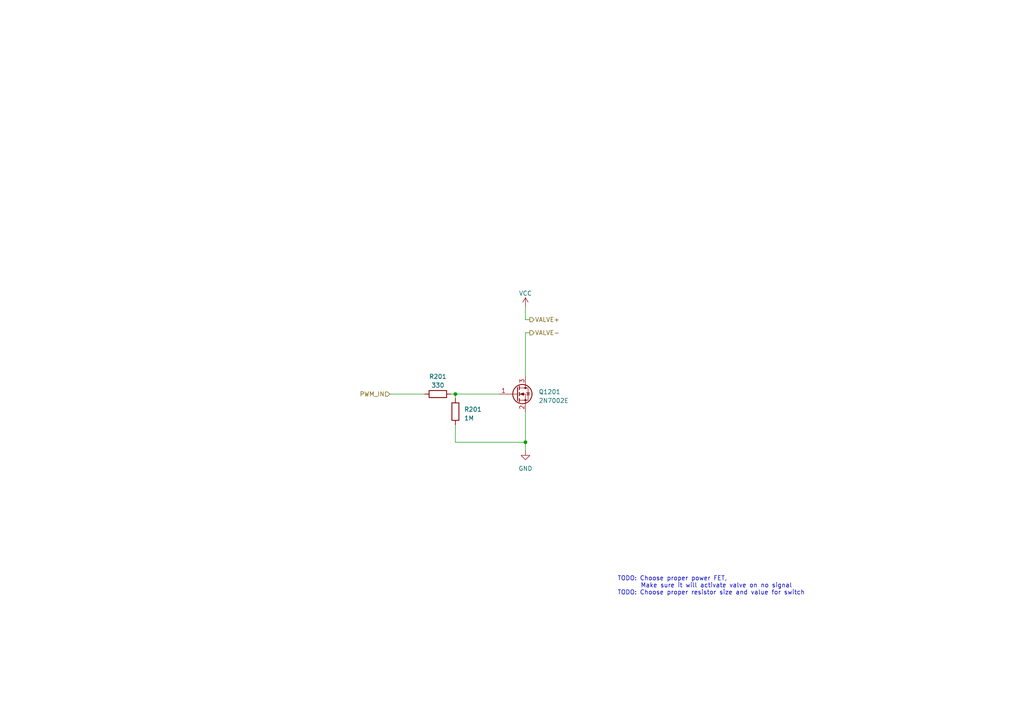
<source format=kicad_sch>
(kicad_sch (version 20230121) (generator eeschema)
  (paper "A4")
  (lib_symbols
    (symbol "Device:R" (pin_numbers hide) (pin_names (offset 0))
      (property "Reference" "R" (at 2.032 0 90))
      (property "Value" "R" (at 0 0 90))
      (symbol "R_0_1"
        (rectangle (start -1.016 -2.54) (end 1.016 2.54) (stroke (width 0.254)))
      )
      (symbol "R_1_1"
        (pin passive line (at 0 3.81 270) (length 1.27) (name "~") (number "1"))
        (pin passive line (at 0 -3.81 90) (length 1.27) (name "~") (number "2"))
      )
    )
    (symbol "Transistor_FET:2N7002E" (pin_names hide)
      (property "Reference" "Q" (at 5.08 1.905 0))
      (property "Value" "2N7002E" (at 5.08 0 0))
      (symbol "2N7002E_0_1"
        (polyline (pts (xy 0.254 0) (xy -2.54 0)))
        (polyline (pts (xy 0.254 1.905) (xy 0.254 -1.905)) (stroke (width 0.254)))
        (polyline (pts (xy 0.762 -1.27) (xy 0.762 -2.286)) (stroke (width 0.254)))
        (polyline (pts (xy 0.762 0.508) (xy 0.762 -0.508)) (stroke (width 0.254)))
        (polyline (pts (xy 0.762 2.286) (xy 0.762 1.27)) (stroke (width 0.254)))
        (polyline (pts (xy 2.54 2.54) (xy 2.54 1.778)))
        (polyline (pts (xy 2.54 -2.54) (xy 2.54 0) (xy 0.762 0)))
        (polyline (pts (xy 0.762 -1.778) (xy 3.302 -1.778) (xy 3.302 1.778) (xy 0.762 1.778)))
        (polyline (pts (xy 1.016 0) (xy 2.032 0.381) (xy 2.032 -0.381) (xy 1.016 0)) (fill (type outline)))
        (polyline (pts (xy 2.794 0.508) (xy 2.921 0.381) (xy 3.683 0.381) (xy 3.81 0.254)))
        (polyline (pts (xy 3.302 0.381) (xy 2.921 -0.254) (xy 3.683 -0.254) (xy 3.302 0.381)))
        (circle (center 1.651 0) (radius 2.794) (stroke (width 0.254)))
        (circle (center 2.54 -1.778) (radius 0.254) (fill (type outline)))
        (circle (center 2.54 1.778) (radius 0.254) (fill (type outline)))
      )
      (symbol "2N7002E_1_1"
        (pin input line (at -5.08 0 0) (length 2.54) (name "G") (number "1"))
        (pin passive line (at 2.54 -5.08 90) (length 2.54) (name "S") (number "2"))
        (pin passive line (at 2.54 5.08 270) (length 2.54) (name "D") (number "3"))
      )
    )
    (symbol "power:GND" (power) (pin_names (offset 0))
      (property "Value" "GND" (at 0 -3.81 0))
      (symbol "GND_0_1"
        (polyline (pts (xy 0 0) (xy 0 -1.27) (xy 1.27 -1.27) (xy 0 -2.54) (xy -1.27 -1.27) (xy 0 -1.27)))
      )
      (symbol "GND_1_1"
        (pin power_in line (at 0 0 270) (length 0) hide (name "GND") (number "1"))
      )
    )
    (symbol "power:VCC" (power) (pin_names (offset 0))
      (property "Value" "VCC" (at 0 3.81 0))
      (symbol "VCC_0_1"
        (polyline (pts (xy -0.762 1.27) (xy 0 2.54)))
        (polyline (pts (xy 0 0) (xy 0 2.54)))
        (polyline (pts (xy 0 2.54) (xy 0.762 1.27)))
      )
      (symbol "VCC_1_1"
        (pin power_in line (at 0 0 90) (length 0) hide (name "VCC") (number "1"))
      )
    )
  )
  (junction (at 132.08 114.3))
  (junction (at 152.4 128.27))
  (wire (pts (xy 152.4 119.38) (xy 152.4 128.27)))
  (wire (pts (xy 113.03 114.3) (xy 123.19 114.3)))
  (wire (pts (xy 152.4 88.9) (xy 152.4 92.71)))
  (wire (pts (xy 130.81 114.3) (xy 132.08 114.3)))
  (wire (pts (xy 152.4 96.52) (xy 153.67 96.52)))
  (wire (pts (xy 152.4 109.22) (xy 152.4 96.52)))
  (wire (pts (xy 132.08 123.19) (xy 132.08 128.27)))
  (wire (pts (xy 152.4 128.27) (xy 152.4 130.81)))
  (wire (pts (xy 132.08 114.3) (xy 132.08 115.57)))
  (wire (pts (xy 132.08 114.3) (xy 144.78 114.3)))
  (wire (pts (xy 152.4 92.71) (xy 153.67 92.71)))
  (wire (pts (xy 132.08 128.27) (xy 152.4 128.27)))
  (text "TODO: Choose proper power FET,\n	  Make sure it will activate valve on no signal \nTODO: Choose proper resistor size and value for switch" (at 179.07 172.72 0) (effects (font (size 1.27 1.27)) (justify left bottom)))
  (hierarchical_label "PWM_IN" (shape input) (at 113.03 114.3 180))
  (hierarchical_label "VALVE-" (shape output) (at 153.67 96.52 0))
  (hierarchical_label "VALVE+" (shape output) (at 153.67 92.71 0))
  (symbol (lib_id "Transistor_FET:2N7002E") (at 149.86 114.3 0) (unit 1)
    (property "Reference" "Q1201" (at 156.21 113.665 0) (effects (justify left)))
    (property "Value" "2N7002E" (at 156.21 116.205 0) (effects (justify left)))
    (property "Footprint" "Package_TO_SOT_SMD:SOT-23" (effects hide))
    (property "Datasheet" "http://www.diodes.com/assets/Datasheets/ds30376.pdf" (effects hide))
    (instances (project "engine-controller" (path "" (reference "Q1201") (unit 1)) (path "" (reference "Q1301") (unit 1)) (path "" (reference "Q1401") (unit 1))))
  )
  (symbol (lib_id "Device:R") (at 132.08 119.38 180) (unit 1)
    (property "Reference" "R201" (at 134.62 118.745 0) (effects (justify right)))
    (property "Value" "1M" (at 134.62 121.285 0) (effects (justify right)))
    (property "Footprint" "Resistor_SMD:R_0603_1608Metric_Pad0.98x0.95mm_HandSolder" (effects hide))
    (instances (project "engine-controller" (path "" (reference "R201") (unit 1)) (path "" (reference "R701") (unit 1)) (path "" (reference "R801") (unit 1)) (path "" (reference "R901") (unit 1)) (path "" (reference "R1001") (unit 1)) (path "" (reference "R1202") (unit 1)) (path "" (reference "R1302") (unit 1)) (path "" (reference "R1402") (unit 1))))
  )
  (symbol (lib_id "power:VCC") (at 152.4 88.9 0) (unit 1)
    (property "Reference" "#PWR01202" (effects hide))
    (property "Value" "VCC" (at 152.4 85.09 0))
    (instances (project "engine-controller" (path "" (reference "#PWR01202") (unit 1)) (path "" (reference "#PWR01301") (unit 1)) (path "" (reference "#PWR01401") (unit 1))))
  )
  (symbol (lib_id "Device:R") (at 127 114.3 90) (unit 1)
    (property "Reference" "R201" (at 127 109.22 90))
    (property "Value" "330" (at 127 111.76 90))
    (property "Footprint" "Resistor_SMD:R_0603_1608Metric_Pad0.98x0.95mm_HandSolder" (effects hide))
    (instances (project "engine-controller" (path "" (reference "R201") (unit 1)) (path "" (reference "R701") (unit 1)) (path "" (reference "R801") (unit 1)) (path "" (reference "R901") (unit 1)) (path "" (reference "R1001") (unit 1)) (path "" (reference "R1201") (unit 1)) (path "" (reference "R1301") (unit 1)) (path "" (reference "R1401") (unit 1))))
  )
  (symbol (lib_id "power:GND") (at 152.4 130.81 0) (unit 1)
    (property "Reference" "#PWR01201" (effects hide))
    (property "Value" "GND" (at 152.4 135.89 0))
    (instances (project "engine-controller" (path "" (reference "#PWR01201") (unit 1)) (path "" (reference "#PWR01302") (unit 1)) (path "" (reference "#PWR01402") (unit 1))))
  )
)
</source>
